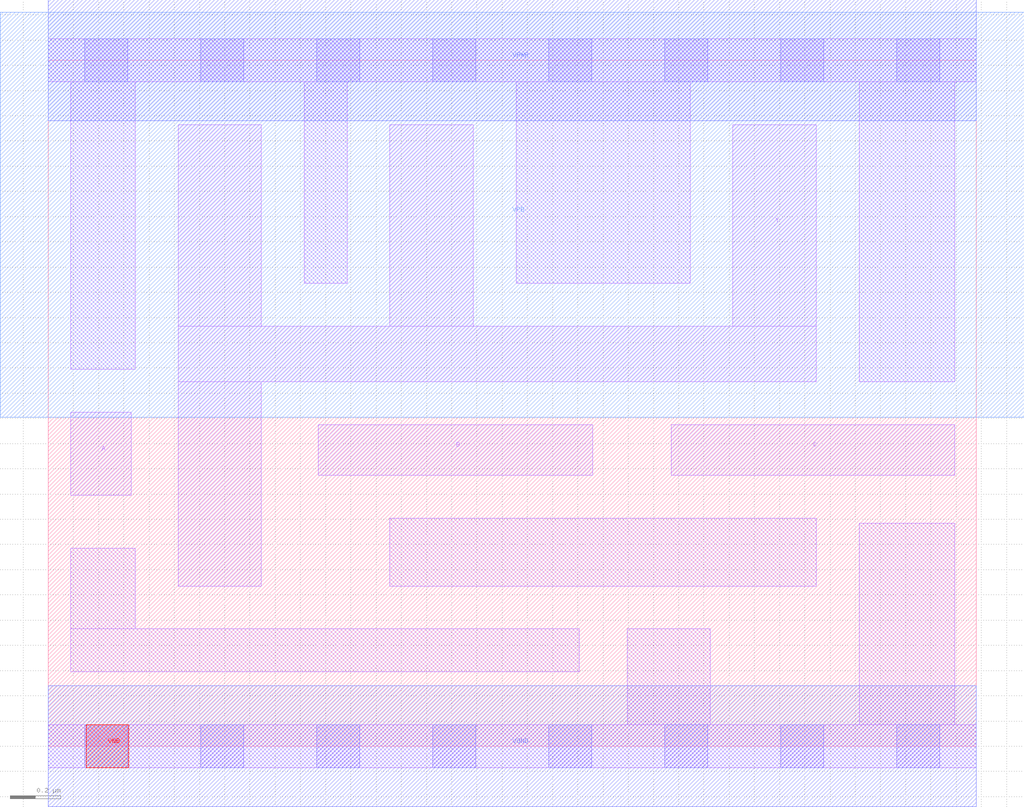
<source format=lef>
# Copyright 2020 The SkyWater PDK Authors
#
# Licensed under the Apache License, Version 2.0 (the "License");
# you may not use this file except in compliance with the License.
# You may obtain a copy of the License at
#
#     https://www.apache.org/licenses/LICENSE-2.0
#
# Unless required by applicable law or agreed to in writing, software
# distributed under the License is distributed on an "AS IS" BASIS,
# WITHOUT WARRANTIES OR CONDITIONS OF ANY KIND, either express or implied.
# See the License for the specific language governing permissions and
# limitations under the License.
#
# SPDX-License-Identifier: Apache-2.0

VERSION 5.7 ;
  NOWIREEXTENSIONATPIN ON ;
  DIVIDERCHAR "/" ;
  BUSBITCHARS "[]" ;
MACRO sky130_fd_sc_hd__nand3_2
  CLASS CORE ;
  FOREIGN sky130_fd_sc_hd__nand3_2 ;
  ORIGIN  0.000000  0.000000 ;
  SIZE  3.680000 BY  2.720000 ;
  SYMMETRY X Y R90 ;
  SITE unithd ;
  PIN A
    ANTENNAGATEAREA  0.495000 ;
    DIRECTION INPUT ;
    USE SIGNAL ;
    PORT
      LAYER li1 ;
        RECT 0.090000 0.995000 0.330000 1.325000 ;
    END
  END A
  PIN B
    ANTENNAGATEAREA  0.495000 ;
    DIRECTION INPUT ;
    USE SIGNAL ;
    PORT
      LAYER li1 ;
        RECT 1.070000 1.075000 2.160000 1.275000 ;
    END
  END B
  PIN C
    ANTENNAGATEAREA  0.495000 ;
    DIRECTION INPUT ;
    USE SIGNAL ;
    PORT
      LAYER li1 ;
        RECT 2.470000 1.075000 3.595000 1.275000 ;
    END
  END C
  PIN VNB
    PORT
      LAYER pwell ;
        RECT 0.150000 -0.085000 0.320000 0.085000 ;
    END
  END VNB
  PIN VPB
    PORT
      LAYER nwell ;
        RECT -0.190000 1.305000 3.870000 2.910000 ;
    END
  END VPB
  PIN Y
    ANTENNADIFFAREA  0.985500 ;
    DIRECTION OUTPUT ;
    USE SIGNAL ;
    PORT
      LAYER li1 ;
        RECT 0.515000 0.635000 0.845000 1.445000 ;
        RECT 0.515000 1.445000 3.045000 1.665000 ;
        RECT 0.515000 1.665000 0.845000 2.465000 ;
        RECT 1.355000 1.665000 1.685000 2.465000 ;
        RECT 2.715000 1.665000 3.045000 2.465000 ;
    END
  END Y
  PIN VGND
    DIRECTION INOUT ;
    SHAPE ABUTMENT ;
    USE GROUND ;
    PORT
      LAYER met1 ;
        RECT 0.000000 -0.240000 3.680000 0.240000 ;
    END
  END VGND
  PIN VPWR
    DIRECTION INOUT ;
    SHAPE ABUTMENT ;
    USE POWER ;
    PORT
      LAYER met1 ;
        RECT 0.000000 2.480000 3.680000 2.960000 ;
    END
  END VPWR
  OBS
    LAYER li1 ;
      RECT 0.000000 -0.085000 3.680000 0.085000 ;
      RECT 0.000000  2.635000 3.680000 2.805000 ;
      RECT 0.090000  0.295000 2.105000 0.465000 ;
      RECT 0.090000  0.465000 0.345000 0.785000 ;
      RECT 0.090000  1.495000 0.345000 2.635000 ;
      RECT 1.015000  1.835000 1.185000 2.635000 ;
      RECT 1.355000  0.635000 3.045000 0.905000 ;
      RECT 1.855000  1.835000 2.545000 2.635000 ;
      RECT 2.295000  0.085000 2.625000 0.465000 ;
      RECT 3.215000  0.085000 3.595000 0.885000 ;
      RECT 3.215000  1.445000 3.595000 2.635000 ;
    LAYER mcon ;
      RECT 0.145000 -0.085000 0.315000 0.085000 ;
      RECT 0.145000  2.635000 0.315000 2.805000 ;
      RECT 0.605000 -0.085000 0.775000 0.085000 ;
      RECT 0.605000  2.635000 0.775000 2.805000 ;
      RECT 1.065000 -0.085000 1.235000 0.085000 ;
      RECT 1.065000  2.635000 1.235000 2.805000 ;
      RECT 1.525000 -0.085000 1.695000 0.085000 ;
      RECT 1.525000  2.635000 1.695000 2.805000 ;
      RECT 1.985000 -0.085000 2.155000 0.085000 ;
      RECT 1.985000  2.635000 2.155000 2.805000 ;
      RECT 2.445000 -0.085000 2.615000 0.085000 ;
      RECT 2.445000  2.635000 2.615000 2.805000 ;
      RECT 2.905000 -0.085000 3.075000 0.085000 ;
      RECT 2.905000  2.635000 3.075000 2.805000 ;
      RECT 3.365000 -0.085000 3.535000 0.085000 ;
      RECT 3.365000  2.635000 3.535000 2.805000 ;
  END
END sky130_fd_sc_hd__nand3_2
END LIBRARY

</source>
